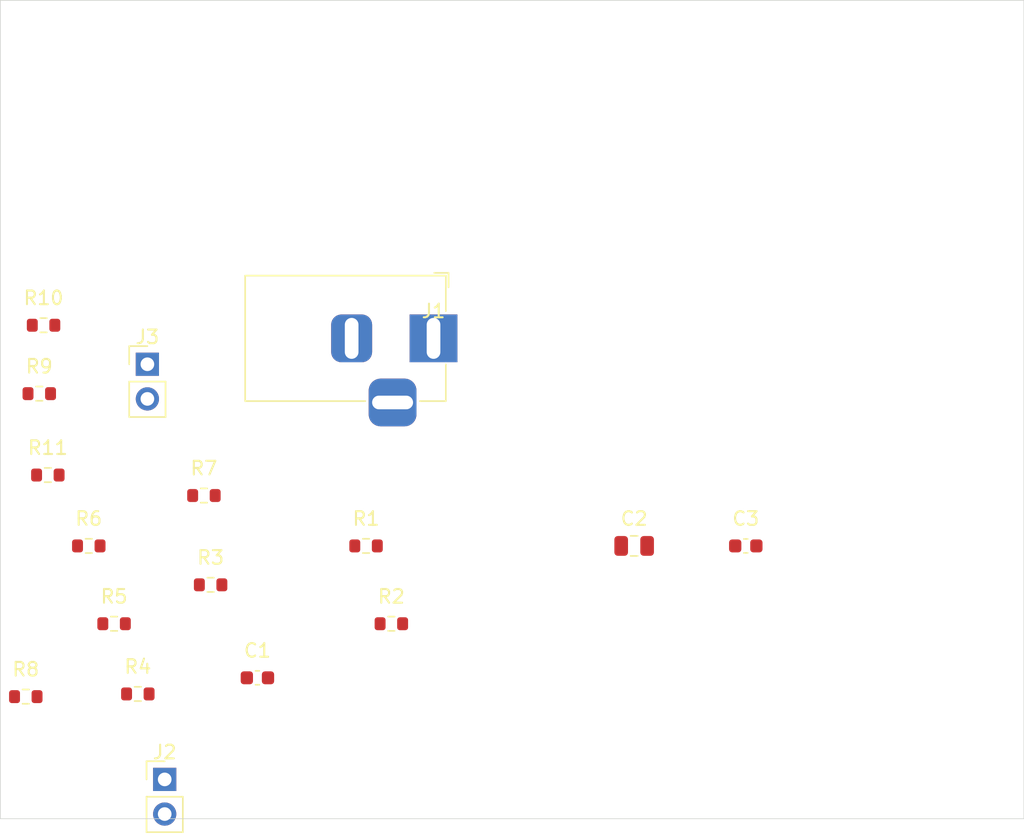
<source format=kicad_pcb>
(kicad_pcb (version 20241229) (generator "pcbnew") (generator_version "9.0")
  (layers (0 "F.Cu" signal) (2 "B.Cu" signal) (13 "F.Paste" user) (15 "B.Paste" user) (5 "F.SilkS" user "F.Silkscreen") (7 "B.SilkS" user "B.Silkscreen") (1 "F.Mask" user) (3 "B.Mask" user) (25 "Edge.Cuts" user))
  (net 0 "")
  (net 1 "FILTERED")
  (net 2 "GND")
  (net 3 "INPUT")
  (net 4 "OUTPUT")
  (net 5 "PROCESSED")
  (net 6 "VCC")
  (net 7 "VIN")
  (net 8 "V_MONITOR")
  (footprint "Resistor_SMD:R_0603_1608Metric" (layer "F.Cu") (at 2.852829220394069 28.83671620508373)
    (property "Reference" "R9" (at 0 -2 0) (layer "F.SilkS") (effects (font (size 1.0 1.0))))
    (property "Value" "2.2k")
    (fp_line (start -0.237258 -0.5225) (end 0.237258 -0.5225) (stroke (width 0.12)) (layer "F.SilkS"))
    (fp_line (start -0.237258 0.5225) (end 0.237258 0.5225) (stroke (width 0.12)) (layer "F.SilkS"))
    (pad "1" smd roundrect (at -0.825 0.0) (size 0.8 0.95) (layers "F.Cu" "F.Mask" "F.Paste") (net 6 "VCC"))
    (pad "2" smd roundrect (at 0.825 0.0) (size 0.8 0.95) (layers "F.Cu" "F.Mask" "F.Paste") (net 4 "OUTPUT"))
  )
  (footprint "Resistor_SMD:R_0603_1608Metric" (layer "F.Cu") (at 3.1664146101970303 23.82028189118855)
    (property "Reference" "R10" (at 0 -2 0) (layer "F.SilkS") (effects (font (size 1.0 1.0))))
    (property "Value" "3.3k")
    (fp_line (start -0.237258 -0.5225) (end 0.237258 -0.5225) (stroke (width 0.12)) (layer "F.SilkS"))
    (fp_line (start -0.237258 0.5225) (end 0.237258 0.5225) (stroke (width 0.12)) (layer "F.SilkS"))
    (pad "1" smd roundrect (at -0.825 0.0) (size 0.8 0.95) (layers "F.Cu" "F.Mask" "F.Paste") (net 4 "OUTPUT"))
    (pad "2" smd roundrect (at 0.825 0.0) (size 0.8 0.95) (layers "F.Cu" "F.Mask" "F.Paste") (net 2 "GND"))
  )
  (footprint "Resistor_SMD:R_0603_1608Metric" (layer "F.Cu") (at 3.479999999999994 34.80384757729337)
    (property "Reference" "R11" (at 0 -2 0) (layer "F.SilkS") (effects (font (size 1.0 1.0))))
    (property "Value" "100")
    (fp_line (start -0.237258 -0.5225) (end 0.237258 -0.5225) (stroke (width 0.12)) (layer "F.SilkS"))
    (fp_line (start -0.237258 0.5225) (end 0.237258 0.5225) (stroke (width 0.12)) (layer "F.SilkS"))
    (pad "1" smd roundrect (at -0.825 0.0) (size 0.8 0.95) (layers "F.Cu" "F.Mask" "F.Paste") (net 5 "PROCESSED"))
    (pad "2" smd roundrect (at 0.825 0.0) (size 0.8 0.95) (layers "F.Cu" "F.Mask" "F.Paste") (net 4 "OUTPUT"))
  )
  (footprint "Resistor_SMD:R_0603_1608Metric" (layer "F.Cu") (at 26.796784450230138 40.0)
    (property "Reference" "R1" (at 0 -2 0) (layer "F.SilkS") (effects (font (size 1.0 1.0))))
    (property "Value" "10k")
    (fp_line (start -0.237258 -0.5225) (end 0.237258 -0.5225) (stroke (width 0.12)) (layer "F.SilkS"))
    (fp_line (start -0.237258 0.5225) (end 0.237258 0.5225) (stroke (width 0.12)) (layer "F.SilkS"))
    (pad "1" smd roundrect (at -0.825 0.0) (size 0.8 0.95) (layers "F.Cu" "F.Mask" "F.Paste") (net 7 "VIN"))
    (pad "2" smd roundrect (at 0.825 0.0) (size 0.8 0.95) (layers "F.Cu" "F.Mask" "F.Paste") (net 8 "V_MONITOR"))
  )
  (footprint "Resistor_SMD:R_0603_1608Metric" (layer "F.Cu") (at 28.65088641647982 45.70633909777092)
    (property "Reference" "R2" (at 0 -2 0) (layer "F.SilkS") (effects (font (size 1.0 1.0))))
    (property "Value" "1k")
    (fp_line (start -0.237258 -0.5225) (end 0.237258 -0.5225) (stroke (width 0.12)) (layer "F.SilkS"))
    (fp_line (start -0.237258 0.5225) (end 0.237258 0.5225) (stroke (width 0.12)) (layer "F.SilkS"))
    (pad "1" smd roundrect (at -0.825 0.0) (size 0.8 0.95) (layers "F.Cu" "F.Mask" "F.Paste") (net 8 "V_MONITOR"))
    (pad "2" smd roundrect (at 0.825 0.0) (size 0.8 0.95) (layers "F.Cu" "F.Mask" "F.Paste") (net 2 "GND"))
  )
  (footprint "Resistor_SMD:R_0603_1608Metric" (layer "F.Cu") (at 15.40705098312484 42.85316954888546)
    (property "Reference" "R3" (at 0 -2 0) (layer "F.SilkS") (effects (font (size 1.0 1.0))))
    (property "Value" "10k")
    (fp_line (start -0.237258 -0.5225) (end 0.237258 -0.5225) (stroke (width 0.12)) (layer "F.SilkS"))
    (fp_line (start -0.237258 0.5225) (end 0.237258 0.5225) (stroke (width 0.12)) (layer "F.SilkS"))
    (pad "1" smd roundrect (at -0.825 0.0) (size 0.8 0.95) (layers "F.Cu" "F.Mask" "F.Paste") (net 6 "VCC"))
    (pad "2" smd roundrect (at 0.825 0.0) (size 0.8 0.95) (layers "F.Cu" "F.Mask" "F.Paste") (net 1 "FILTERED"))
  )
  (footprint "Resistor_SMD:R_0603_1608Metric" (layer "F.Cu") (at 10.073717649791506 50.85316954888546)
    (property "Reference" "R4" (at 0 -2 0) (layer "F.SilkS") (effects (font (size 1.0 1.0))))
    (property "Value" "10k")
    (fp_line (start -0.237258 -0.5225) (end 0.237258 -0.5225) (stroke (width 0.12)) (layer "F.SilkS"))
    (fp_line (start -0.237258 0.5225) (end 0.237258 0.5225) (stroke (width 0.12)) (layer "F.SilkS"))
    (pad "1" smd roundrect (at -0.825 0.0) (size 0.8 0.95) (layers "F.Cu" "F.Mask" "F.Paste") (net 1 "FILTERED"))
    (pad "2" smd roundrect (at 0.825 0.0) (size 0.8 0.95) (layers "F.Cu" "F.Mask" "F.Paste") (net 2 "GND"))
  )
  (footprint "Resistor_SMD:R_0603_1608Metric" (layer "F.Cu") (at 8.334101966249682 45.70633909777092)
    (property "Reference" "R5" (at 0 -2 0) (layer "F.SilkS") (effects (font (size 1.0 1.0))))
    (property "Value" "1k")
    (fp_line (start -0.237258 -0.5225) (end 0.237258 -0.5225) (stroke (width 0.12)) (layer "F.SilkS"))
    (fp_line (start -0.237258 0.5225) (end 0.237258 0.5225) (stroke (width 0.12)) (layer "F.SilkS"))
    (pad "1" smd roundrect (at -0.825 0.0) (size 0.8 0.95) (layers "F.Cu" "F.Mask" "F.Paste") (net 3 "INPUT"))
    (pad "2" smd roundrect (at 0.825 0.0) (size 0.8 0.95) (layers "F.Cu" "F.Mask" "F.Paste") (net 1 "FILTERED"))
  )
  (footprint "Capacitor_SMD:C_0603_1608Metric" (layer "F.Cu") (at 18.83678445023014 49.67070628990261)
    (property "Reference" "C1" (at 0 -2 0) (layer "F.SilkS") (effects (font (size 1.0 1.0))))
    (property "Value" "100nF")
    (fp_line (start -0.14058 -0.51) (end 0.14058 -0.51) (stroke (width 0.12)) (layer "F.SilkS"))
    (fp_line (start -0.14058 0.51) (end 0.14058 0.51) (stroke (width 0.12)) (layer "F.SilkS"))
    (pad "1" smd roundrect (at -0.775 0.0) (size 0.9 0.95) (layers "F.Cu" "F.Mask" "F.Paste") (net 1 "FILTERED"))
    (pad "2" smd roundrect (at 0.775 0.0) (size 0.9 0.95) (layers "F.Cu" "F.Mask" "F.Paste") (net 2 "GND"))
  )
  (footprint "Resistor_SMD:R_0603_1608Metric" (layer "F.Cu") (at 6.479999999999997 40.0)
    (property "Reference" "R6" (at 0 -2 0) (layer "F.SilkS") (effects (font (size 1.0 1.0))))
    (property "Value" "100k")
    (fp_line (start -0.237258 -0.5225) (end 0.237258 -0.5225) (stroke (width 0.12)) (layer "F.SilkS"))
    (fp_line (start -0.237258 0.5225) (end 0.237258 0.5225) (stroke (width 0.12)) (layer "F.SilkS"))
    (pad "1" smd roundrect (at -0.825 0.0) (size 0.8 0.95) (layers "F.Cu" "F.Mask" "F.Paste") (net 5 "PROCESSED"))
    (pad "2" smd roundrect (at 0.825 0.0) (size 0.8 0.95) (layers "F.Cu" "F.Mask" "F.Paste") (net 1 "FILTERED"))
  )
  (footprint "Resistor_SMD:R_0603_1608Metric" (layer "F.Cu") (at 14.916500953628706 36.30611173413736)
    (property "Reference" "R7" (at 0 -2 0) (layer "F.SilkS") (effects (font (size 1.0 1.0))))
    (property "Value" "10k")
    (fp_line (start -0.237258 -0.5225) (end 0.237258 -0.5225) (stroke (width 0.12)) (layer "F.SilkS"))
    (fp_line (start -0.237258 0.5225) (end 0.237258 0.5225) (stroke (width 0.12)) (layer "F.SilkS"))
    (pad "1" smd roundrect (at -0.825 0.0) (size 0.8 0.95) (layers "F.Cu" "F.Mask" "F.Paste") (net 1 "FILTERED"))
    (pad "2" smd roundrect (at 0.825 0.0) (size 0.8 0.95) (layers "F.Cu" "F.Mask" "F.Paste") (net 2 "GND"))
  )
  (footprint "Resistor_SMD:R_0603_1608Metric" (layer "F.Cu") (at 1.8647069246115944 51.050914559192215)
    (property "Reference" "R8" (at 0 -2 0) (layer "F.SilkS") (effects (font (size 1.0 1.0))))
    (property "Value" "10k")
    (fp_line (start -0.237258 -0.5225) (end 0.237258 -0.5225) (stroke (width 0.12)) (layer "F.SilkS"))
    (fp_line (start -0.237258 0.5225) (end 0.237258 0.5225) (stroke (width 0.12)) (layer "F.SilkS"))
    (pad "1" smd roundrect (at -0.825 0.0) (size 0.8 0.95) (layers "F.Cu" "F.Mask" "F.Paste") (net 6 "VCC"))
    (pad "2" smd roundrect (at 0.825 0.0) (size 0.8 0.95) (layers "F.Cu" "F.Mask" "F.Paste") (net 5 "PROCESSED"))
  )
  (footprint "Connector_BarrelJack:BarrelJack_Horizontal" (layer "F.Cu") (at 31.741056360229294 24.78309573927754)
    (property "Reference" "J1" (at 0 -2 0) (layer "F.SilkS") (effects (font (size 1.0 1.0))))
    (property "Value" "")
    (fp_line (start -13.8 -4.6) (end 0.9 -4.6) (stroke (width 0.12)) (layer "F.SilkS"))
    (fp_line (start -13.8 4.6) (end -13.8 -4.6) (stroke (width 0.12)) (layer "F.SilkS"))
    (fp_line (start -5.0 4.6) (end -13.8 4.6) (stroke (width 0.12)) (layer "F.SilkS"))
    (fp_line (start 0.05 -4.8) (end 1.1 -4.8) (stroke (width 0.12)) (layer "F.SilkS"))
    (fp_line (start 0.9 -4.6) (end 0.9 -2.0) (stroke (width 0.12)) (layer "F.SilkS"))
    (fp_line (start 0.9 1.9) (end 0.9 4.6) (stroke (width 0.12)) (layer "F.SilkS"))
    (fp_line (start 0.9 4.6) (end -1.0 4.6) (stroke (width 0.12)) (layer "F.SilkS"))
    (fp_line (start 1.1 -3.75) (end 1.1 -4.8) (stroke (width 0.12)) (layer "F.SilkS"))
    (pad "1" thru_hole rect (size 3.5 3.5) (layers "*.Cu" "*.Mask") (drill oval 1.0 3.0) (net 7 "VIN"))
    (pad "2" thru_hole roundrect (at -6.0 0.0) (size 3.0 3.5) (layers "*.Cu" "*.Mask") (drill oval 1.0 3.0) (net 2 "GND"))
    (pad "3" thru_hole roundrect (at -3.0 4.7) (size 3.5 3.5) (layers "*.Cu" "*.Mask") (drill oval 3.0 1.0) (net 2 "GND"))
  )
  (footprint "Connector_PinHeader_2.54mm:PinHeader_1x02_P2.54mm_Vertical" (layer "F.Cu") (at 12.042305898749051 57.119017293312766)
    (property "Reference" "J2" (at 0 -2 0) (layer "F.SilkS") (effects (font (size 1.0 1.0))))
    (property "Value" "")
    (fp_line (start -1.33 -1.33) (end 0.0 -1.33) (stroke (width 0.12)) (layer "F.SilkS"))
    (fp_line (start -1.33 0.0) (end -1.33 -1.33) (stroke (width 0.12)) (layer "F.SilkS"))
    (fp_line (start -1.33 1.27) (end -1.33 3.87) (stroke (width 0.12)) (layer "F.SilkS"))
    (fp_line (start -1.33 1.27) (end 1.33 1.27) (stroke (width 0.12)) (layer "F.SilkS"))
    (fp_line (start -1.33 3.87) (end 1.33 3.87) (stroke (width 0.12)) (layer "F.SilkS"))
    (fp_line (start 1.33 1.27) (end 1.33 3.87) (stroke (width 0.12)) (layer "F.SilkS"))
    (pad "1" thru_hole rect (size 1.7 1.7) (layers "*.Cu" "*.Mask") (drill 1.0) (net 3 "INPUT"))
    (pad "2" thru_hole oval (at 0.0 2.54) (size 1.7 1.7) (layers "*.Cu" "*.Mask") (drill 1.0) (net 2 "GND"))
  )
  (footprint "Connector_PinHeader_2.54mm:PinHeader_1x02_P2.54mm_Vertical" (layer "F.Cu") (at 10.77486674055826 26.6814792695223)
    (property "Reference" "J3" (at 0 -2 0) (layer "F.SilkS") (effects (font (size 1.0 1.0))))
    (property "Value" "")
    (fp_line (start -1.33 -1.33) (end 0.0 -1.33) (stroke (width 0.12)) (layer "F.SilkS"))
    (fp_line (start -1.33 0.0) (end -1.33 -1.33) (stroke (width 0.12)) (layer "F.SilkS"))
    (fp_line (start -1.33 1.27) (end -1.33 3.87) (stroke (width 0.12)) (layer "F.SilkS"))
    (fp_line (start -1.33 1.27) (end 1.33 1.27) (stroke (width 0.12)) (layer "F.SilkS"))
    (fp_line (start -1.33 3.87) (end 1.33 3.87) (stroke (width 0.12)) (layer "F.SilkS"))
    (fp_line (start 1.33 1.27) (end 1.33 3.87) (stroke (width 0.12)) (layer "F.SilkS"))
    (pad "1" thru_hole rect (size 1.7 1.7) (layers "*.Cu" "*.Mask") (drill 1.0) (net 4 "OUTPUT"))
    (pad "2" thru_hole oval (at 0.0 2.54) (size 1.7 1.7) (layers "*.Cu" "*.Mask") (drill 1.0) (net 2 "GND"))
  )
  (footprint "Capacitor_SMD:C_0805_2012Metric" (layer "F.Cu") (at 46.4410563602293 40.0)
    (property "Reference" "C2" (at 0 -2 0) (layer "F.SilkS") (effects (font (size 1.0 1.0))))
    (property "Value" "10uF")
    (fp_line (start -0.261252 -0.735) (end 0.261252 -0.735) (stroke (width 0.12)) (layer "F.SilkS"))
    (fp_line (start -0.261252 0.735) (end 0.261252 0.735) (stroke (width 0.12)) (layer "F.SilkS"))
    (pad "1" smd roundrect (at -0.95 0.0) (size 1.0 1.45) (layers "F.Cu" "F.Mask" "F.Paste") (net 6 "VCC"))
    (pad "2" smd roundrect (at 0.95 0.0) (size 1.0 1.45) (layers "F.Cu" "F.Mask" "F.Paste") (net 2 "GND"))
  )
  (footprint "Capacitor_SMD:C_0603_1608Metric" (layer "F.Cu") (at 54.621056360229296 40.0)
    (property "Reference" "C3" (at 0 -2 0) (layer "F.SilkS") (effects (font (size 1.0 1.0))))
    (property "Value" "100nF")
    (fp_line (start -0.14058 -0.51) (end 0.14058 -0.51) (stroke (width 0.12)) (layer "F.SilkS"))
    (fp_line (start -0.14058 0.51) (end 0.14058 0.51) (stroke (width 0.12)) (layer "F.SilkS"))
    (pad "1" smd roundrect (at -0.775 0.0) (size 0.9 0.95) (layers "F.Cu" "F.Mask" "F.Paste") (net 6 "VCC"))
    (pad "2" smd roundrect (at 0.775 0.0) (size 0.9 0.95) (layers "F.Cu" "F.Mask" "F.Paste") (net 2 "GND"))
  )
  (gr_rect (start 0 0) (end 75.0 60.0) (stroke (width 0.05)) (fill no) (layer "Edge.Cuts"))
)
</source>
